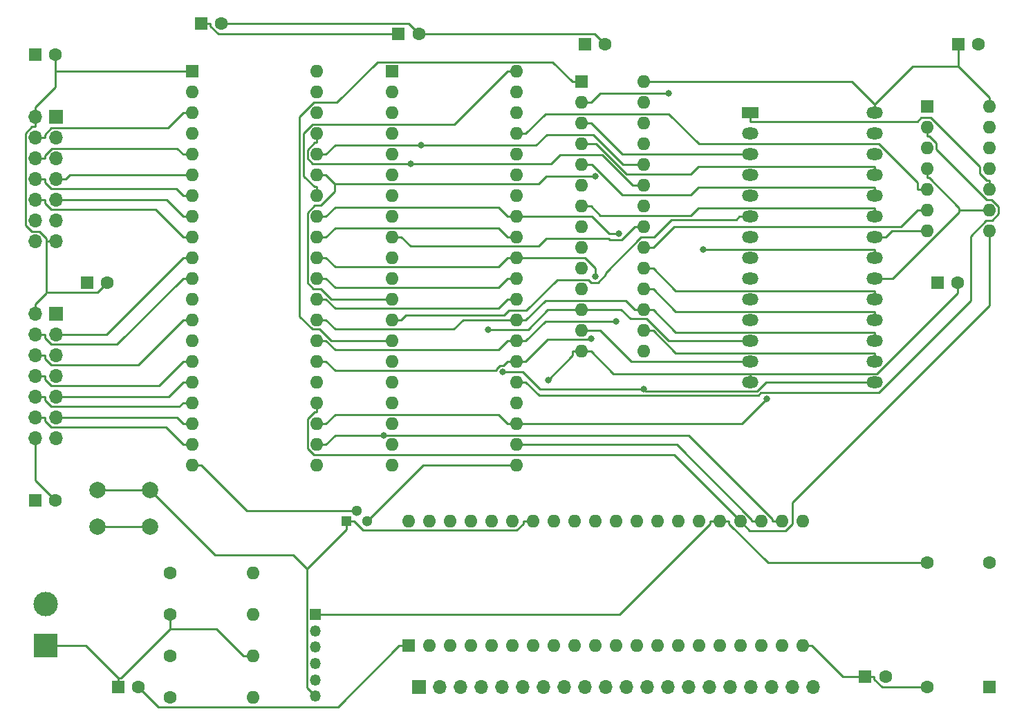
<source format=gbr>
%TF.GenerationSoftware,KiCad,Pcbnew,(5.1.10)-1*%
%TF.CreationDate,2021-06-24T21:47:08-07:00*%
%TF.ProjectId,6502helper,36353032-6865-46c7-9065-722e6b696361,rev?*%
%TF.SameCoordinates,Original*%
%TF.FileFunction,Copper,L1,Top*%
%TF.FilePolarity,Positive*%
%FSLAX46Y46*%
G04 Gerber Fmt 4.6, Leading zero omitted, Abs format (unit mm)*
G04 Created by KiCad (PCBNEW (5.1.10)-1) date 2021-06-24 21:47:08*
%MOMM*%
%LPD*%
G01*
G04 APERTURE LIST*
%TA.AperFunction,ComponentPad*%
%ADD10O,1.600000X1.600000*%
%TD*%
%TA.AperFunction,ComponentPad*%
%ADD11R,1.600000X1.600000*%
%TD*%
%TA.AperFunction,ComponentPad*%
%ADD12O,2.000000X1.440000*%
%TD*%
%TA.AperFunction,ComponentPad*%
%ADD13R,2.000000X1.440000*%
%TD*%
%TA.AperFunction,ComponentPad*%
%ADD14C,1.600000*%
%TD*%
%TA.AperFunction,ComponentPad*%
%ADD15O,1.700000X1.700000*%
%TD*%
%TA.AperFunction,ComponentPad*%
%ADD16R,1.700000X1.700000*%
%TD*%
%TA.AperFunction,ComponentPad*%
%ADD17R,1.300000X1.300000*%
%TD*%
%TA.AperFunction,ComponentPad*%
%ADD18C,1.300000*%
%TD*%
%TA.AperFunction,ComponentPad*%
%ADD19C,2.000000*%
%TD*%
%TA.AperFunction,ComponentPad*%
%ADD20O,1.350000X1.350000*%
%TD*%
%TA.AperFunction,ComponentPad*%
%ADD21R,1.350000X1.350000*%
%TD*%
%TA.AperFunction,ComponentPad*%
%ADD22C,3.000000*%
%TD*%
%TA.AperFunction,ComponentPad*%
%ADD23R,3.000000X3.000000*%
%TD*%
%TA.AperFunction,ViaPad*%
%ADD24C,0.800000*%
%TD*%
%TA.AperFunction,Conductor*%
%ADD25C,0.250000*%
%TD*%
G04 APERTURE END LIST*
D10*
%TO.P,U7,40*%
%TO.N,IO28*%
X114300000Y-91440000D03*
%TO.P,U7,20*%
%TO.N,+5V*%
X162560000Y-106680000D03*
%TO.P,U7,39*%
%TO.N,IO29*%
X116840000Y-91440000D03*
%TO.P,U7,19*%
%TO.N,IO39*%
X160020000Y-106680000D03*
%TO.P,U7,38*%
%TO.N,/A0*%
X119380000Y-91440000D03*
%TO.P,U7,18*%
%TO.N,IO38*%
X157480000Y-106680000D03*
%TO.P,U7,37*%
%TO.N,/A1*%
X121920000Y-91440000D03*
%TO.P,U7,17*%
%TO.N,IO37*%
X154940000Y-106680000D03*
%TO.P,U7,36*%
%TO.N,/A2*%
X124460000Y-91440000D03*
%TO.P,U7,16*%
%TO.N,IO36*%
X152400000Y-106680000D03*
%TO.P,U7,35*%
%TO.N,/A3*%
X127000000Y-91440000D03*
%TO.P,U7,15*%
%TO.N,IO35*%
X149860000Y-106680000D03*
%TO.P,U7,34*%
%TO.N,~RESET~*%
X129540000Y-91440000D03*
%TO.P,U7,14*%
%TO.N,IO34*%
X147320000Y-106680000D03*
%TO.P,U7,33*%
%TO.N,/D0*%
X132080000Y-91440000D03*
%TO.P,U7,13*%
%TO.N,IO33*%
X144780000Y-106680000D03*
%TO.P,U7,32*%
%TO.N,/D1*%
X134620000Y-91440000D03*
%TO.P,U7,12*%
%TO.N,IO32*%
X142240000Y-106680000D03*
%TO.P,U7,31*%
%TO.N,/D2*%
X137160000Y-91440000D03*
%TO.P,U7,11*%
%TO.N,IO31*%
X139700000Y-106680000D03*
%TO.P,U7,30*%
%TO.N,/D3*%
X139700000Y-91440000D03*
%TO.P,U7,10*%
%TO.N,IO30*%
X137160000Y-106680000D03*
%TO.P,U7,29*%
%TO.N,/D4*%
X142240000Y-91440000D03*
%TO.P,U7,9*%
%TO.N,IO27*%
X134620000Y-106680000D03*
%TO.P,U7,28*%
%TO.N,/D5*%
X144780000Y-91440000D03*
%TO.P,U7,8*%
%TO.N,IO26*%
X132080000Y-106680000D03*
%TO.P,U7,27*%
%TO.N,/D6*%
X147320000Y-91440000D03*
%TO.P,U7,7*%
%TO.N,IO25*%
X129540000Y-106680000D03*
%TO.P,U7,26*%
%TO.N,/D7*%
X149860000Y-91440000D03*
%TO.P,U7,6*%
%TO.N,IO24*%
X127000000Y-106680000D03*
%TO.P,U7,25*%
%TO.N,CLK*%
X152400000Y-91440000D03*
%TO.P,U7,5*%
%TO.N,IO23*%
X124460000Y-106680000D03*
%TO.P,U7,24*%
%TO.N,/~IOSEL~*%
X154940000Y-91440000D03*
%TO.P,U7,4*%
%TO.N,IO22*%
X121920000Y-106680000D03*
%TO.P,U7,23*%
%TO.N,/A12*%
X157480000Y-91440000D03*
%TO.P,U7,3*%
%TO.N,IO21*%
X119380000Y-106680000D03*
%TO.P,U7,22*%
%TO.N,R~W~*%
X160020000Y-91440000D03*
%TO.P,U7,2*%
%TO.N,IO20*%
X116840000Y-106680000D03*
%TO.P,U7,21*%
%TO.N,~NMI~*%
X162560000Y-91440000D03*
D11*
%TO.P,U7,1*%
%TO.N,GND*%
X114300000Y-106680000D03*
%TD*%
D12*
%TO.P,U3,15*%
%TO.N,/D3*%
X171400000Y-74420000D03*
%TO.P,U3,14*%
%TO.N,GND*%
X156160000Y-74420000D03*
%TO.P,U3,16*%
%TO.N,/D4*%
X171400000Y-71880000D03*
%TO.P,U3,13*%
%TO.N,/D2*%
X156160000Y-71880000D03*
%TO.P,U3,17*%
%TO.N,/D5*%
X171400000Y-69340000D03*
%TO.P,U3,12*%
%TO.N,/D1*%
X156160000Y-69340000D03*
%TO.P,U3,18*%
%TO.N,/D6*%
X171400000Y-66800000D03*
%TO.P,U3,11*%
%TO.N,/D0*%
X156160000Y-66800000D03*
%TO.P,U3,19*%
%TO.N,/D7*%
X171400000Y-64260000D03*
%TO.P,U3,10*%
%TO.N,/A0*%
X156160000Y-64260000D03*
%TO.P,U3,20*%
%TO.N,/~ROMSEL~*%
X171400000Y-61720000D03*
%TO.P,U3,9*%
%TO.N,/A1*%
X156160000Y-61720000D03*
%TO.P,U3,21*%
%TO.N,/A10*%
X171400000Y-59180000D03*
%TO.P,U3,8*%
%TO.N,/A2*%
X156160000Y-59180000D03*
%TO.P,U3,22*%
%TO.N,GND*%
X171400000Y-56640000D03*
%TO.P,U3,7*%
%TO.N,/A3*%
X156160000Y-56640000D03*
%TO.P,U3,23*%
%TO.N,/A11*%
X171400000Y-54100000D03*
%TO.P,U3,6*%
%TO.N,/A4*%
X156160000Y-54100000D03*
%TO.P,U3,24*%
%TO.N,/A9*%
X171400000Y-51560000D03*
%TO.P,U3,5*%
%TO.N,/A5*%
X156160000Y-51560000D03*
%TO.P,U3,25*%
%TO.N,/A8*%
X171400000Y-49020000D03*
%TO.P,U3,4*%
%TO.N,/A6*%
X156160000Y-49020000D03*
%TO.P,U3,26*%
%TO.N,/A13*%
X171400000Y-46480000D03*
%TO.P,U3,3*%
%TO.N,/A7*%
X156160000Y-46480000D03*
%TO.P,U3,27*%
%TO.N,+5V*%
X171400000Y-43940000D03*
%TO.P,U3,2*%
%TO.N,/A12*%
X156160000Y-43940000D03*
%TO.P,U3,28*%
%TO.N,+5V*%
X171400000Y-41400000D03*
D13*
%TO.P,U3,1*%
%TO.N,/A14*%
X156160000Y-41400000D03*
%TD*%
D10*
%TO.P,R4,2*%
%TO.N,~IRQ~*%
X95250000Y-97790000D03*
D14*
%TO.P,R4,1*%
%TO.N,+5V*%
X85090000Y-97790000D03*
%TD*%
D10*
%TO.P,R3,2*%
%TO.N,~NMI~*%
X95250000Y-102870000D03*
D14*
%TO.P,R3,1*%
%TO.N,+5V*%
X85090000Y-102870000D03*
%TD*%
D15*
%TO.P,J5,20*%
%TO.N,IO39*%
X163830000Y-111760000D03*
%TO.P,J5,19*%
%TO.N,IO38*%
X161290000Y-111760000D03*
%TO.P,J5,18*%
%TO.N,IO37*%
X158750000Y-111760000D03*
%TO.P,J5,17*%
%TO.N,IO36*%
X156210000Y-111760000D03*
%TO.P,J5,16*%
%TO.N,IO35*%
X153670000Y-111760000D03*
%TO.P,J5,15*%
%TO.N,IO34*%
X151130000Y-111760000D03*
%TO.P,J5,14*%
%TO.N,IO33*%
X148590000Y-111760000D03*
%TO.P,J5,13*%
%TO.N,IO32*%
X146050000Y-111760000D03*
%TO.P,J5,12*%
%TO.N,IO31*%
X143510000Y-111760000D03*
%TO.P,J5,11*%
%TO.N,IO30*%
X140970000Y-111760000D03*
%TO.P,J5,10*%
%TO.N,IO29*%
X138430000Y-111760000D03*
%TO.P,J5,9*%
%TO.N,IO28*%
X135890000Y-111760000D03*
%TO.P,J5,8*%
%TO.N,IO27*%
X133350000Y-111760000D03*
%TO.P,J5,7*%
%TO.N,IO26*%
X130810000Y-111760000D03*
%TO.P,J5,6*%
%TO.N,IO25*%
X128270000Y-111760000D03*
%TO.P,J5,5*%
%TO.N,IO24*%
X125730000Y-111760000D03*
%TO.P,J5,4*%
%TO.N,IO23*%
X123190000Y-111760000D03*
%TO.P,J5,3*%
%TO.N,IO22*%
X120650000Y-111760000D03*
%TO.P,J5,2*%
%TO.N,IO21*%
X118110000Y-111760000D03*
D16*
%TO.P,J5,1*%
%TO.N,IO20*%
X115570000Y-111760000D03*
%TD*%
D14*
%TO.P,C4,2*%
%TO.N,GND*%
X81240000Y-111760000D03*
D11*
%TO.P,C4,1*%
%TO.N,+5V*%
X78740000Y-111760000D03*
%TD*%
D14*
%TO.P,X1,7*%
%TO.N,GND*%
X185420000Y-96520000D03*
%TO.P,X1,8*%
%TO.N,CLK*%
X177800000Y-96520000D03*
%TO.P,X1,14*%
%TO.N,+5V*%
X177800000Y-111760000D03*
D11*
%TO.P,X1,1*%
%TO.N,N/C*%
X185420000Y-111760000D03*
%TD*%
D10*
%TO.P,U6,40*%
%TO.N,IO8*%
X103070000Y-36320000D03*
%TO.P,U6,20*%
%TO.N,+5V*%
X87830000Y-84580000D03*
%TO.P,U6,39*%
%TO.N,IO9*%
X103070000Y-38860000D03*
%TO.P,U6,19*%
%TO.N,IO19*%
X87830000Y-82040000D03*
%TO.P,U6,38*%
%TO.N,/A0*%
X103070000Y-41400000D03*
%TO.P,U6,18*%
%TO.N,IO18*%
X87830000Y-79500000D03*
%TO.P,U6,37*%
%TO.N,/A1*%
X103070000Y-43940000D03*
%TO.P,U6,17*%
%TO.N,IO17*%
X87830000Y-76960000D03*
%TO.P,U6,36*%
%TO.N,/A2*%
X103070000Y-46480000D03*
%TO.P,U6,16*%
%TO.N,IO16*%
X87830000Y-74420000D03*
%TO.P,U6,35*%
%TO.N,/A3*%
X103070000Y-49020000D03*
%TO.P,U6,15*%
%TO.N,IO15*%
X87830000Y-71880000D03*
%TO.P,U6,34*%
%TO.N,~RESET~*%
X103070000Y-51560000D03*
%TO.P,U6,14*%
%TO.N,IO14*%
X87830000Y-69340000D03*
%TO.P,U6,33*%
%TO.N,/D0*%
X103070000Y-54100000D03*
%TO.P,U6,13*%
%TO.N,IO13*%
X87830000Y-66800000D03*
%TO.P,U6,32*%
%TO.N,/D1*%
X103070000Y-56640000D03*
%TO.P,U6,12*%
%TO.N,IO12*%
X87830000Y-64260000D03*
%TO.P,U6,31*%
%TO.N,/D2*%
X103070000Y-59180000D03*
%TO.P,U6,11*%
%TO.N,IO11*%
X87830000Y-61720000D03*
%TO.P,U6,30*%
%TO.N,/D3*%
X103070000Y-61720000D03*
%TO.P,U6,10*%
%TO.N,IO10*%
X87830000Y-59180000D03*
%TO.P,U6,29*%
%TO.N,/D4*%
X103070000Y-64260000D03*
%TO.P,U6,9*%
%TO.N,IO7*%
X87830000Y-56640000D03*
%TO.P,U6,28*%
%TO.N,/D5*%
X103070000Y-66800000D03*
%TO.P,U6,8*%
%TO.N,IO6*%
X87830000Y-54100000D03*
%TO.P,U6,27*%
%TO.N,/D6*%
X103070000Y-69340000D03*
%TO.P,U6,7*%
%TO.N,IO5*%
X87830000Y-51560000D03*
%TO.P,U6,26*%
%TO.N,/D7*%
X103070000Y-71880000D03*
%TO.P,U6,6*%
%TO.N,IO4*%
X87830000Y-49020000D03*
%TO.P,U6,25*%
%TO.N,CLK*%
X103070000Y-74420000D03*
%TO.P,U6,5*%
%TO.N,IO3*%
X87830000Y-46480000D03*
%TO.P,U6,24*%
%TO.N,/~IOSEL~*%
X103070000Y-76960000D03*
%TO.P,U6,4*%
%TO.N,IO2*%
X87830000Y-43940000D03*
%TO.P,U6,23*%
%TO.N,/A13*%
X103070000Y-79500000D03*
%TO.P,U6,3*%
%TO.N,IO1*%
X87830000Y-41400000D03*
%TO.P,U6,22*%
%TO.N,R~W~*%
X103070000Y-82040000D03*
%TO.P,U6,2*%
%TO.N,IO0*%
X87830000Y-38860000D03*
%TO.P,U6,21*%
%TO.N,~IRQ~*%
X103070000Y-84580000D03*
D11*
%TO.P,U6,1*%
%TO.N,GND*%
X87830000Y-36320000D03*
%TD*%
D10*
%TO.P,U5,28*%
%TO.N,+5V*%
X143140000Y-37590000D03*
%TO.P,U5,14*%
%TO.N,GND*%
X135520000Y-70610000D03*
%TO.P,U5,27*%
%TO.N,R~W~*%
X143140000Y-40130000D03*
%TO.P,U5,13*%
%TO.N,/D2*%
X135520000Y-68070000D03*
%TO.P,U5,26*%
%TO.N,/A4*%
X143140000Y-42670000D03*
%TO.P,U5,12*%
%TO.N,/D1*%
X135520000Y-65530000D03*
%TO.P,U5,25*%
%TO.N,/A3*%
X143140000Y-45210000D03*
%TO.P,U5,11*%
%TO.N,/D0*%
X135520000Y-62990000D03*
%TO.P,U5,24*%
%TO.N,/A2*%
X143140000Y-47750000D03*
%TO.P,U5,10*%
%TO.N,/A14*%
X135520000Y-60450000D03*
%TO.P,U5,23*%
%TO.N,/A1*%
X143140000Y-50290000D03*
%TO.P,U5,9*%
%TO.N,/A13*%
X135520000Y-57910000D03*
%TO.P,U5,22*%
%TO.N,/A14*%
X143140000Y-52830000D03*
%TO.P,U5,8*%
%TO.N,/A12*%
X135520000Y-55370000D03*
%TO.P,U5,21*%
%TO.N,/A0*%
X143140000Y-55370000D03*
%TO.P,U5,7*%
%TO.N,/A11*%
X135520000Y-52830000D03*
%TO.P,U5,20*%
%TO.N,/~RAMSEL~*%
X143140000Y-57910000D03*
%TO.P,U5,6*%
%TO.N,/A10*%
X135520000Y-50290000D03*
%TO.P,U5,19*%
%TO.N,/D7*%
X143140000Y-60450000D03*
%TO.P,U5,5*%
%TO.N,/A9*%
X135520000Y-47750000D03*
%TO.P,U5,18*%
%TO.N,/D6*%
X143140000Y-62990000D03*
%TO.P,U5,4*%
%TO.N,/A8*%
X135520000Y-45210000D03*
%TO.P,U5,17*%
%TO.N,/D5*%
X143140000Y-65530000D03*
%TO.P,U5,3*%
%TO.N,/A7*%
X135520000Y-42670000D03*
%TO.P,U5,16*%
%TO.N,/D4*%
X143140000Y-68070000D03*
%TO.P,U5,2*%
%TO.N,/A6*%
X135520000Y-40130000D03*
%TO.P,U5,15*%
%TO.N,/D3*%
X143140000Y-70610000D03*
D11*
%TO.P,U5,1*%
%TO.N,/A5*%
X135520000Y-37590000D03*
%TD*%
D17*
%TO.P,U4,1*%
%TO.N,~RESET~*%
X106680000Y-91440000D03*
D18*
%TO.P,U4,3*%
%TO.N,GND*%
X109220000Y-91440000D03*
%TO.P,U4,2*%
%TO.N,+5V*%
X107950000Y-90170000D03*
%TD*%
D10*
%TO.P,U2,14*%
%TO.N,+5V*%
X185420000Y-40640000D03*
%TO.P,U2,7*%
%TO.N,GND*%
X177800000Y-55880000D03*
%TO.P,U2,13*%
%TO.N,N/C*%
X185420000Y-43180000D03*
%TO.P,U2,6*%
%TO.N,/~RAMSEL~*%
X177800000Y-53340000D03*
%TO.P,U2,12*%
%TO.N,N/C*%
X185420000Y-45720000D03*
%TO.P,U2,5*%
%TO.N,CLK*%
X177800000Y-50800000D03*
%TO.P,U2,11*%
%TO.N,N/C*%
X185420000Y-48260000D03*
%TO.P,U2,4*%
%TO.N,/~ROMSEL~*%
X177800000Y-48260000D03*
%TO.P,U2,10*%
%TO.N,/A14*%
X185420000Y-50800000D03*
%TO.P,U2,3*%
%TO.N,/~ROMSEL~*%
X177800000Y-45720000D03*
%TO.P,U2,9*%
X185420000Y-53340000D03*
%TO.P,U2,2*%
%TO.N,/A15*%
X177800000Y-43180000D03*
%TO.P,U2,8*%
%TO.N,/~IOSEL~*%
X185420000Y-55880000D03*
D11*
%TO.P,U2,1*%
%TO.N,/A15*%
X177800000Y-40640000D03*
%TD*%
D10*
%TO.P,U1,40*%
%TO.N,~RESET~*%
X127550000Y-36320000D03*
%TO.P,U1,20*%
%TO.N,/A11*%
X112310000Y-84580000D03*
%TO.P,U1,39*%
%TO.N,N/C*%
X127550000Y-38860000D03*
%TO.P,U1,19*%
%TO.N,/A10*%
X112310000Y-82040000D03*
%TO.P,U1,38*%
%TO.N,+5V*%
X127550000Y-41400000D03*
%TO.P,U1,18*%
%TO.N,/A9*%
X112310000Y-79500000D03*
%TO.P,U1,37*%
%TO.N,CLK*%
X127550000Y-43940000D03*
%TO.P,U1,17*%
%TO.N,/A8*%
X112310000Y-76960000D03*
%TO.P,U1,36*%
%TO.N,Net-(R2-Pad1)*%
X127550000Y-46480000D03*
%TO.P,U1,16*%
%TO.N,/A7*%
X112310000Y-74420000D03*
%TO.P,U1,35*%
%TO.N,N/C*%
X127550000Y-49020000D03*
%TO.P,U1,15*%
%TO.N,/A6*%
X112310000Y-71880000D03*
%TO.P,U1,34*%
%TO.N,R~W~*%
X127550000Y-51560000D03*
%TO.P,U1,14*%
%TO.N,/A5*%
X112310000Y-69340000D03*
%TO.P,U1,33*%
%TO.N,/D0*%
X127550000Y-54100000D03*
%TO.P,U1,13*%
%TO.N,/A4*%
X112310000Y-66800000D03*
%TO.P,U1,32*%
%TO.N,/D1*%
X127550000Y-56640000D03*
%TO.P,U1,12*%
%TO.N,/A3*%
X112310000Y-64260000D03*
%TO.P,U1,31*%
%TO.N,/D2*%
X127550000Y-59180000D03*
%TO.P,U1,11*%
%TO.N,/A2*%
X112310000Y-61720000D03*
%TO.P,U1,30*%
%TO.N,/D3*%
X127550000Y-61720000D03*
%TO.P,U1,10*%
%TO.N,/A1*%
X112310000Y-59180000D03*
%TO.P,U1,29*%
%TO.N,/D4*%
X127550000Y-64260000D03*
%TO.P,U1,9*%
%TO.N,/A0*%
X112310000Y-56640000D03*
%TO.P,U1,28*%
%TO.N,/D5*%
X127550000Y-66800000D03*
%TO.P,U1,8*%
%TO.N,+5V*%
X112310000Y-54100000D03*
%TO.P,U1,27*%
%TO.N,/D6*%
X127550000Y-69340000D03*
%TO.P,U1,7*%
%TO.N,Sync*%
X112310000Y-51560000D03*
%TO.P,U1,26*%
%TO.N,/D7*%
X127550000Y-71880000D03*
%TO.P,U1,6*%
%TO.N,~NMI~*%
X112310000Y-49020000D03*
%TO.P,U1,25*%
%TO.N,/A15*%
X127550000Y-74420000D03*
%TO.P,U1,5*%
%TO.N,N/C*%
X112310000Y-46480000D03*
%TO.P,U1,24*%
%TO.N,/A14*%
X127550000Y-76960000D03*
%TO.P,U1,4*%
%TO.N,~IRQ~*%
X112310000Y-43940000D03*
%TO.P,U1,23*%
%TO.N,/A13*%
X127550000Y-79500000D03*
%TO.P,U1,3*%
%TO.N,N/C*%
X112310000Y-41400000D03*
%TO.P,U1,22*%
%TO.N,/A12*%
X127550000Y-82040000D03*
%TO.P,U1,2*%
%TO.N,Net-(R1-Pad1)*%
X112310000Y-38860000D03*
%TO.P,U1,21*%
%TO.N,GND*%
X127550000Y-84580000D03*
D11*
%TO.P,U1,1*%
%TO.N,N/C*%
X112310000Y-36320000D03*
%TD*%
D19*
%TO.P,SW1,1*%
%TO.N,~RESET~*%
X82700000Y-87630000D03*
%TO.P,SW1,2*%
%TO.N,GND*%
X82700000Y-92130000D03*
%TO.P,SW1,1*%
%TO.N,~RESET~*%
X76200000Y-87630000D03*
%TO.P,SW1,2*%
%TO.N,GND*%
X76200000Y-92130000D03*
%TD*%
D10*
%TO.P,R2,2*%
%TO.N,+5V*%
X95250000Y-107950000D03*
D14*
%TO.P,R2,1*%
%TO.N,Net-(R2-Pad1)*%
X85090000Y-107950000D03*
%TD*%
D10*
%TO.P,R1,2*%
%TO.N,+5V*%
X95250000Y-113030000D03*
D14*
%TO.P,R1,1*%
%TO.N,Net-(R1-Pad1)*%
X85090000Y-113030000D03*
%TD*%
D20*
%TO.P,J4,6*%
%TO.N,~RESET~*%
X102870000Y-112870000D03*
%TO.P,J4,5*%
%TO.N,~NMI~*%
X102870000Y-110870000D03*
%TO.P,J4,4*%
%TO.N,~IRQ~*%
X102870000Y-108870000D03*
%TO.P,J4,3*%
%TO.N,Sync*%
X102870000Y-106870000D03*
%TO.P,J4,2*%
%TO.N,R~W~*%
X102870000Y-104870000D03*
D21*
%TO.P,J4,1*%
%TO.N,CLK*%
X102870000Y-102870000D03*
%TD*%
D22*
%TO.P,J3,2*%
%TO.N,GND*%
X69850000Y-101600000D03*
D23*
%TO.P,J3,1*%
%TO.N,+5V*%
X69850000Y-106680000D03*
%TD*%
D15*
%TO.P,J2,14*%
%TO.N,+5V*%
X68580000Y-57150000D03*
%TO.P,J2,13*%
%TO.N,GND*%
X71120000Y-57150000D03*
%TO.P,J2,12*%
%TO.N,IO9*%
X68580000Y-54610000D03*
%TO.P,J2,11*%
%TO.N,IO8*%
X71120000Y-54610000D03*
%TO.P,J2,10*%
%TO.N,IO7*%
X68580000Y-52070000D03*
%TO.P,J2,9*%
%TO.N,IO6*%
X71120000Y-52070000D03*
%TO.P,J2,8*%
%TO.N,IO5*%
X68580000Y-49530000D03*
%TO.P,J2,7*%
%TO.N,IO4*%
X71120000Y-49530000D03*
%TO.P,J2,6*%
%TO.N,IO3*%
X68580000Y-46990000D03*
%TO.P,J2,5*%
%TO.N,IO2*%
X71120000Y-46990000D03*
%TO.P,J2,4*%
%TO.N,IO1*%
X68580000Y-44450000D03*
%TO.P,J2,3*%
%TO.N,IO0*%
X71120000Y-44450000D03*
%TO.P,J2,2*%
%TO.N,GND*%
X68580000Y-41910000D03*
D16*
%TO.P,J2,1*%
%TO.N,+5V*%
X71120000Y-41910000D03*
%TD*%
D15*
%TO.P,J1,14*%
%TO.N,GND*%
X68580000Y-81280000D03*
%TO.P,J1,13*%
%TO.N,+5V*%
X71120000Y-81280000D03*
%TO.P,J1,12*%
%TO.N,IO19*%
X68580000Y-78740000D03*
%TO.P,J1,11*%
%TO.N,IO18*%
X71120000Y-78740000D03*
%TO.P,J1,10*%
%TO.N,IO17*%
X68580000Y-76200000D03*
%TO.P,J1,9*%
%TO.N,IO16*%
X71120000Y-76200000D03*
%TO.P,J1,8*%
%TO.N,IO15*%
X68580000Y-73660000D03*
%TO.P,J1,7*%
%TO.N,IO14*%
X71120000Y-73660000D03*
%TO.P,J1,6*%
%TO.N,IO13*%
X68580000Y-71120000D03*
%TO.P,J1,5*%
%TO.N,IO12*%
X71120000Y-71120000D03*
%TO.P,J1,4*%
%TO.N,IO11*%
X68580000Y-68580000D03*
%TO.P,J1,3*%
%TO.N,IO10*%
X71120000Y-68580000D03*
%TO.P,J1,2*%
%TO.N,GND*%
X68580000Y-66040000D03*
D16*
%TO.P,J1,1*%
%TO.N,+5V*%
X71120000Y-66040000D03*
%TD*%
D14*
%TO.P,C10,2*%
%TO.N,GND*%
X184110000Y-33020000D03*
D11*
%TO.P,C10,1*%
%TO.N,+5V*%
X181610000Y-33020000D03*
%TD*%
D14*
%TO.P,C9,2*%
%TO.N,GND*%
X138390000Y-33020000D03*
D11*
%TO.P,C9,1*%
%TO.N,+5V*%
X135890000Y-33020000D03*
%TD*%
D14*
%TO.P,C8,2*%
%TO.N,GND*%
X77430000Y-62230000D03*
D11*
%TO.P,C8,1*%
%TO.N,+5V*%
X74930000Y-62230000D03*
%TD*%
D14*
%TO.P,C7,2*%
%TO.N,GND*%
X71080000Y-34290000D03*
D11*
%TO.P,C7,1*%
%TO.N,+5V*%
X68580000Y-34290000D03*
%TD*%
D14*
%TO.P,C6,2*%
%TO.N,GND*%
X115570000Y-31750000D03*
D11*
%TO.P,C6,1*%
%TO.N,+5V*%
X113070000Y-31750000D03*
%TD*%
D14*
%TO.P,C5,2*%
%TO.N,GND*%
X91400000Y-30480000D03*
D11*
%TO.P,C5,1*%
%TO.N,+5V*%
X88900000Y-30480000D03*
%TD*%
D14*
%TO.P,C3,2*%
%TO.N,GND*%
X181570000Y-62230000D03*
D11*
%TO.P,C3,1*%
%TO.N,+5V*%
X179070000Y-62230000D03*
%TD*%
D14*
%TO.P,C2,2*%
%TO.N,GND*%
X172720000Y-110490000D03*
D11*
%TO.P,C2,1*%
%TO.N,+5V*%
X170220000Y-110490000D03*
%TD*%
D14*
%TO.P,C1,2*%
%TO.N,GND*%
X71080000Y-88900000D03*
D11*
%TO.P,C1,1*%
%TO.N,+5V*%
X68580000Y-88900000D03*
%TD*%
D24*
%TO.N,GND*%
X131393900Y-74111300D03*
%TO.N,R~W~*%
X111271400Y-80900600D03*
%TO.N,/A10*%
X150405400Y-58134700D03*
%TO.N,/A6*%
X146130100Y-38990100D03*
%TO.N,/D0*%
X140091100Y-56231300D03*
%TO.N,/D1*%
X124062000Y-67934000D03*
%TO.N,/A3*%
X137173600Y-49156700D03*
%TO.N,/D2*%
X137189900Y-61448300D03*
%TO.N,/A2*%
X115872200Y-45354700D03*
%TO.N,/D3*%
X125827800Y-73123300D03*
X143140000Y-75287000D03*
%TO.N,/A1*%
X114589000Y-47655100D03*
%TO.N,/D6*%
X139748700Y-66943900D03*
%TO.N,/D7*%
X136675200Y-69075900D03*
%TO.N,/A13*%
X158166600Y-76443000D03*
%TD*%
D25*
%TO.N,GND*%
X115570000Y-31750000D02*
X137120000Y-31750000D01*
X137120000Y-31750000D02*
X138390000Y-33020000D01*
X91400000Y-30480000D02*
X114300000Y-30480000D01*
X114300000Y-30480000D02*
X115570000Y-31750000D01*
X69944700Y-63389200D02*
X69944700Y-57150000D01*
X68580000Y-64864700D02*
X69944700Y-63500000D01*
X69944700Y-63500000D02*
X69944700Y-63389200D01*
X69944700Y-63389200D02*
X76270800Y-63389200D01*
X76270800Y-63389200D02*
X77430000Y-62230000D01*
X134394700Y-70610000D02*
X134394700Y-71110500D01*
X134394700Y-71110500D02*
X131393900Y-74111300D01*
X135520000Y-70610000D02*
X134394700Y-70610000D01*
X68580000Y-41910000D02*
X68580000Y-43085300D01*
X68580000Y-66040000D02*
X68580000Y-64864700D01*
X135520000Y-70610000D02*
X136645300Y-70610000D01*
X136645300Y-70610000D02*
X139410000Y-73374700D01*
X139410000Y-73374700D02*
X156160000Y-73374700D01*
X109220000Y-91440000D02*
X116080000Y-84580000D01*
X116080000Y-84580000D02*
X127550000Y-84580000D01*
X114300000Y-106680000D02*
X113174700Y-106680000D01*
X81240000Y-111760000D02*
X83640400Y-114160400D01*
X83640400Y-114160400D02*
X105694300Y-114160400D01*
X105694300Y-114160400D02*
X113174700Y-106680000D01*
X156160000Y-74420000D02*
X156160000Y-73374700D01*
X181570000Y-62230000D02*
X181570000Y-63487900D01*
X181570000Y-63487900D02*
X171683200Y-73374700D01*
X171683200Y-73374700D02*
X156160000Y-73374700D01*
X171400000Y-56640000D02*
X172725300Y-56640000D01*
X177800000Y-55880000D02*
X173485300Y-55880000D01*
X173485300Y-55880000D02*
X172725300Y-56640000D01*
X76200000Y-92130000D02*
X82700000Y-92130000D01*
X71080000Y-36320000D02*
X71080000Y-34290000D01*
X68580000Y-40734700D02*
X71080000Y-38234700D01*
X71080000Y-38234700D02*
X71080000Y-36320000D01*
X87830000Y-36320000D02*
X71080000Y-36320000D01*
X68580000Y-41910000D02*
X68580000Y-40734700D01*
X69944700Y-57150000D02*
X69944700Y-56782600D01*
X69944700Y-56782600D02*
X69136800Y-55974700D01*
X69136800Y-55974700D02*
X68205800Y-55974700D01*
X68205800Y-55974700D02*
X67404700Y-55173600D01*
X67404700Y-55173600D02*
X67404700Y-43893200D01*
X67404700Y-43893200D02*
X68212600Y-43085300D01*
X68212600Y-43085300D02*
X68580000Y-43085300D01*
X71080000Y-88900000D02*
X68580000Y-86400000D01*
X68580000Y-86400000D02*
X68580000Y-81280000D01*
X71120000Y-57150000D02*
X69944700Y-57150000D01*
%TO.N,+5V*%
X87830000Y-84580000D02*
X88955300Y-84580000D01*
X88955300Y-84580000D02*
X94545300Y-90170000D01*
X94545300Y-90170000D02*
X107950000Y-90170000D01*
X143140000Y-37590000D02*
X168635300Y-37590000D01*
X168635300Y-37590000D02*
X171400000Y-40354700D01*
X181610000Y-35704700D02*
X185420000Y-39514700D01*
X181610000Y-33020000D02*
X181610000Y-35704700D01*
X181610000Y-35704700D02*
X176050000Y-35704700D01*
X176050000Y-35704700D02*
X171400000Y-40354700D01*
X185420000Y-40640000D02*
X185420000Y-39514700D01*
X171400000Y-41400000D02*
X171400000Y-40354700D01*
X88900000Y-30480000D02*
X90025300Y-30480000D01*
X90025300Y-30480000D02*
X90025300Y-30761300D01*
X90025300Y-30761300D02*
X91014000Y-31750000D01*
X91014000Y-31750000D02*
X113070000Y-31750000D01*
X69850000Y-106680000D02*
X74785300Y-106680000D01*
X74785300Y-106680000D02*
X78740000Y-110634700D01*
X78740000Y-111760000D02*
X78740000Y-110634700D01*
X85090000Y-104614200D02*
X90788900Y-104614200D01*
X90788900Y-104614200D02*
X94124700Y-107950000D01*
X85090000Y-102870000D02*
X85090000Y-104614200D01*
X85090000Y-104614200D02*
X79069500Y-110634700D01*
X79069500Y-110634700D02*
X78740000Y-110634700D01*
X170220000Y-110490000D02*
X171345300Y-110490000D01*
X171345300Y-110490000D02*
X171345300Y-110771300D01*
X171345300Y-110771300D02*
X172334000Y-111760000D01*
X172334000Y-111760000D02*
X177800000Y-111760000D01*
X170220000Y-110490000D02*
X167495300Y-110490000D01*
X167495300Y-110490000D02*
X163685300Y-106680000D01*
X95250000Y-107950000D02*
X94124700Y-107950000D01*
X162560000Y-106680000D02*
X163685300Y-106680000D01*
%TO.N,IO19*%
X87830000Y-82040000D02*
X86704700Y-82040000D01*
X68580000Y-78740000D02*
X69755300Y-78740000D01*
X69755300Y-78740000D02*
X69755300Y-79107400D01*
X69755300Y-79107400D02*
X70563200Y-79915300D01*
X70563200Y-79915300D02*
X84580000Y-79915300D01*
X84580000Y-79915300D02*
X86704700Y-82040000D01*
%TO.N,IO18*%
X87830000Y-79500000D02*
X86704700Y-79500000D01*
X71120000Y-78740000D02*
X85944700Y-78740000D01*
X85944700Y-78740000D02*
X86704700Y-79500000D01*
%TO.N,IO17*%
X87830000Y-76960000D02*
X86704700Y-76960000D01*
X68580000Y-76200000D02*
X69755300Y-76200000D01*
X69755300Y-76200000D02*
X69755300Y-76567300D01*
X69755300Y-76567300D02*
X70594200Y-77406200D01*
X70594200Y-77406200D02*
X86258500Y-77406200D01*
X86258500Y-77406200D02*
X86704700Y-76960000D01*
%TO.N,IO16*%
X87830000Y-74420000D02*
X86704700Y-74420000D01*
X71120000Y-76200000D02*
X84924700Y-76200000D01*
X84924700Y-76200000D02*
X86704700Y-74420000D01*
%TO.N,IO15*%
X87830000Y-71880000D02*
X86704700Y-71880000D01*
X68580000Y-73660000D02*
X69755300Y-73660000D01*
X69755300Y-73660000D02*
X69755300Y-74027300D01*
X69755300Y-74027300D02*
X70587100Y-74859100D01*
X70587100Y-74859100D02*
X83725600Y-74859100D01*
X83725600Y-74859100D02*
X86704700Y-71880000D01*
%TO.N,IO13*%
X87830000Y-66800000D02*
X86704700Y-66800000D01*
X68580000Y-71120000D02*
X69755300Y-71120000D01*
X69755300Y-71120000D02*
X69755300Y-71487300D01*
X69755300Y-71487300D02*
X70579700Y-72311700D01*
X70579700Y-72311700D02*
X81193000Y-72311700D01*
X81193000Y-72311700D02*
X86704700Y-66800000D01*
%TO.N,IO11*%
X87830000Y-61720000D02*
X86704700Y-61720000D01*
X68580000Y-68580000D02*
X69755300Y-68580000D01*
X69755300Y-68580000D02*
X69755300Y-68947300D01*
X69755300Y-68947300D02*
X70592700Y-69784700D01*
X70592700Y-69784700D02*
X78640000Y-69784700D01*
X78640000Y-69784700D02*
X86704700Y-61720000D01*
%TO.N,IO10*%
X86704700Y-59180000D02*
X77304700Y-68580000D01*
X77304700Y-68580000D02*
X71120000Y-68580000D01*
X87830000Y-59180000D02*
X86704700Y-59180000D01*
%TO.N,IO7*%
X87830000Y-56640000D02*
X86704700Y-56640000D01*
X68580000Y-52070000D02*
X69755300Y-52070000D01*
X69755300Y-52070000D02*
X69755300Y-52437400D01*
X69755300Y-52437400D02*
X70563200Y-53245300D01*
X70563200Y-53245300D02*
X83310000Y-53245300D01*
X83310000Y-53245300D02*
X86704700Y-56640000D01*
%TO.N,IO6*%
X87830000Y-54100000D02*
X86704700Y-54100000D01*
X71120000Y-52070000D02*
X84674700Y-52070000D01*
X84674700Y-52070000D02*
X86704700Y-54100000D01*
%TO.N,IO5*%
X87830000Y-51560000D02*
X86704700Y-51560000D01*
X68580000Y-49530000D02*
X69755300Y-49530000D01*
X69755300Y-49530000D02*
X69755300Y-49897400D01*
X69755300Y-49897400D02*
X70570500Y-50712600D01*
X70570500Y-50712600D02*
X85857300Y-50712600D01*
X85857300Y-50712600D02*
X86704700Y-51560000D01*
%TO.N,IO4*%
X71120000Y-49530000D02*
X72295300Y-49530000D01*
X72295300Y-49530000D02*
X72805300Y-49020000D01*
X72805300Y-49020000D02*
X87830000Y-49020000D01*
%TO.N,IO3*%
X87830000Y-46480000D02*
X86704700Y-46480000D01*
X68580000Y-46990000D02*
X69755300Y-46990000D01*
X69755300Y-46990000D02*
X69755300Y-46622700D01*
X69755300Y-46622700D02*
X70606400Y-45771600D01*
X70606400Y-45771600D02*
X85996300Y-45771600D01*
X85996300Y-45771600D02*
X86704700Y-46480000D01*
%TO.N,IO1*%
X87830000Y-41400000D02*
X86704700Y-41400000D01*
X68580000Y-44450000D02*
X69755300Y-44450000D01*
X69755300Y-44450000D02*
X69755300Y-44082600D01*
X69755300Y-44082600D02*
X70563200Y-43274700D01*
X70563200Y-43274700D02*
X84830000Y-43274700D01*
X84830000Y-43274700D02*
X86704700Y-41400000D01*
%TO.N,~RESET~*%
X126424700Y-36320000D02*
X119930100Y-42814600D01*
X119930100Y-42814600D02*
X102602900Y-42814600D01*
X102602900Y-42814600D02*
X101488500Y-43929000D01*
X101488500Y-43929000D02*
X101488500Y-49134500D01*
X101488500Y-49134500D02*
X102788700Y-50434700D01*
X102788700Y-50434700D02*
X103070000Y-50434700D01*
X82700000Y-87630000D02*
X90618900Y-95548900D01*
X90618900Y-95548900D02*
X100184200Y-95548900D01*
X100184200Y-95548900D02*
X101865300Y-97230000D01*
X76200000Y-87630000D02*
X82700000Y-87630000D01*
X101865300Y-97230000D02*
X106680000Y-92415300D01*
X102870000Y-112870000D02*
X101865300Y-111865300D01*
X101865300Y-111865300D02*
X101865300Y-97230000D01*
X106680000Y-91440000D02*
X106680000Y-92415300D01*
X129540000Y-91440000D02*
X128414700Y-91440000D01*
X106680000Y-91440000D02*
X107655300Y-91440000D01*
X107655300Y-91440000D02*
X108780600Y-92565300D01*
X108780600Y-92565300D02*
X127570800Y-92565300D01*
X127570800Y-92565300D02*
X128414700Y-91721400D01*
X128414700Y-91721400D02*
X128414700Y-91440000D01*
X127550000Y-36320000D02*
X126424700Y-36320000D01*
X103070000Y-51560000D02*
X103070000Y-50434700D01*
%TO.N,R~W~*%
X111271400Y-80900600D02*
X148636600Y-80900600D01*
X148636600Y-80900600D02*
X158894700Y-91158700D01*
X158894700Y-91158700D02*
X158894700Y-91440000D01*
X104195300Y-82040000D02*
X105334700Y-80900600D01*
X105334700Y-80900600D02*
X111271400Y-80900600D01*
X160020000Y-91440000D02*
X158894700Y-91440000D01*
X103070000Y-82040000D02*
X104195300Y-82040000D01*
%TO.N,CLK*%
X152400000Y-91440000D02*
X151274700Y-91440000D01*
X102870000Y-102870000D02*
X140126000Y-102870000D01*
X140126000Y-102870000D02*
X151274700Y-91721300D01*
X151274700Y-91721300D02*
X151274700Y-91440000D01*
X152400000Y-91440000D02*
X153525300Y-91440000D01*
X153525300Y-91440000D02*
X153525300Y-91721300D01*
X153525300Y-91721300D02*
X158324000Y-96520000D01*
X158324000Y-96520000D02*
X177800000Y-96520000D01*
X128675300Y-43940000D02*
X131070600Y-41544700D01*
X131070600Y-41544700D02*
X146186200Y-41544700D01*
X146186200Y-41544700D02*
X149851500Y-45210000D01*
X149851500Y-45210000D02*
X171928700Y-45210000D01*
X171928700Y-45210000D02*
X176674700Y-49956000D01*
X176674700Y-49956000D02*
X176674700Y-50800000D01*
X177800000Y-50800000D02*
X176674700Y-50800000D01*
X127550000Y-43940000D02*
X128675300Y-43940000D01*
%TO.N,/A11*%
X171400000Y-54100000D02*
X171400000Y-53054700D01*
X135520000Y-52830000D02*
X136645300Y-52830000D01*
X136645300Y-52830000D02*
X137775300Y-53960000D01*
X137775300Y-53960000D02*
X148875100Y-53960000D01*
X148875100Y-53960000D02*
X149780400Y-53054700D01*
X149780400Y-53054700D02*
X171400000Y-53054700D01*
%TO.N,/A10*%
X150405400Y-58134700D02*
X171400000Y-58134700D01*
X171400000Y-59180000D02*
X171400000Y-58134700D01*
%TO.N,/A9*%
X171400000Y-50514700D02*
X149780400Y-50514700D01*
X149780400Y-50514700D02*
X148838900Y-51456200D01*
X148838900Y-51456200D02*
X140498900Y-51456200D01*
X140498900Y-51456200D02*
X136792700Y-47750000D01*
X136792700Y-47750000D02*
X136645300Y-47750000D01*
X171400000Y-51560000D02*
X171400000Y-50514700D01*
X135520000Y-47750000D02*
X136645300Y-47750000D01*
%TO.N,/A8*%
X171400000Y-47974700D02*
X149780400Y-47974700D01*
X149780400Y-47974700D02*
X148838900Y-48916200D01*
X148838900Y-48916200D02*
X140988500Y-48916200D01*
X140988500Y-48916200D02*
X137282300Y-45210000D01*
X137282300Y-45210000D02*
X136645300Y-45210000D01*
X171400000Y-49020000D02*
X171400000Y-47974700D01*
X135520000Y-45210000D02*
X136645300Y-45210000D01*
%TO.N,/A7*%
X135520000Y-42670000D02*
X136645300Y-42670000D01*
X136645300Y-42670000D02*
X140455300Y-46480000D01*
X140455300Y-46480000D02*
X156160000Y-46480000D01*
%TO.N,/A6*%
X135520000Y-40130000D02*
X136645300Y-40130000D01*
X136645300Y-40130000D02*
X137785200Y-38990100D01*
X137785200Y-38990100D02*
X146130100Y-38990100D01*
%TO.N,/A5*%
X134394700Y-37590000D02*
X131975800Y-35171100D01*
X131975800Y-35171100D02*
X110493400Y-35171100D01*
X110493400Y-35171100D02*
X105534500Y-40130000D01*
X105534500Y-40130000D02*
X102718000Y-40130000D01*
X102718000Y-40130000D02*
X100981900Y-41866100D01*
X100981900Y-41866100D02*
X100981900Y-66363800D01*
X100981900Y-66363800D02*
X102543500Y-67925400D01*
X102543500Y-67925400D02*
X103417600Y-67925400D01*
X103417600Y-67925400D02*
X104832200Y-69340000D01*
X104832200Y-69340000D02*
X112310000Y-69340000D01*
X135520000Y-37590000D02*
X134394700Y-37590000D01*
%TO.N,/D0*%
X140091100Y-56231300D02*
X138916600Y-56231300D01*
X138916600Y-56231300D02*
X136785300Y-54100000D01*
X136785300Y-54100000D02*
X127550000Y-54100000D01*
X127550000Y-54100000D02*
X126424700Y-54100000D01*
X103070000Y-54100000D02*
X104195300Y-54100000D01*
X104195300Y-54100000D02*
X105320600Y-52974700D01*
X105320600Y-52974700D02*
X125299400Y-52974700D01*
X125299400Y-52974700D02*
X126424700Y-54100000D01*
%TO.N,/A4*%
X112310000Y-66800000D02*
X113435300Y-66800000D01*
X156160000Y-54100000D02*
X154834700Y-54100000D01*
X154834700Y-54100000D02*
X154429000Y-54505700D01*
X154429000Y-54505700D02*
X146539600Y-54505700D01*
X146539600Y-54505700D02*
X144405300Y-56640000D01*
X144405300Y-56640000D02*
X142816600Y-56640000D01*
X142816600Y-56640000D02*
X138445800Y-61010800D01*
X138445800Y-61010800D02*
X138445800Y-61227200D01*
X138445800Y-61227200D02*
X137489700Y-62183300D01*
X137489700Y-62183300D02*
X136664400Y-62183300D01*
X136664400Y-62183300D02*
X136316900Y-61835800D01*
X136316900Y-61835800D02*
X132509500Y-61835800D01*
X132509500Y-61835800D02*
X128734900Y-65610400D01*
X128734900Y-65610400D02*
X126649900Y-65610400D01*
X126649900Y-65610400D02*
X126029900Y-66230400D01*
X126029900Y-66230400D02*
X114004900Y-66230400D01*
X114004900Y-66230400D02*
X113435300Y-66800000D01*
%TO.N,/D1*%
X124062000Y-67934000D02*
X128951300Y-67934000D01*
X128951300Y-67934000D02*
X131355300Y-65530000D01*
X131355300Y-65530000D02*
X134394700Y-65530000D01*
X135520000Y-65530000D02*
X140344200Y-65530000D01*
X140344200Y-65530000D02*
X141469600Y-66655400D01*
X141469600Y-66655400D02*
X143487600Y-66655400D01*
X143487600Y-66655400D02*
X146172200Y-69340000D01*
X146172200Y-69340000D02*
X156160000Y-69340000D01*
X135449700Y-65530000D02*
X135520000Y-65530000D01*
X135449700Y-65530000D02*
X134394700Y-65530000D01*
X103070000Y-56640000D02*
X104195300Y-56640000D01*
X127550000Y-56640000D02*
X126424700Y-56640000D01*
X126424700Y-56640000D02*
X125299400Y-55514700D01*
X125299400Y-55514700D02*
X105320600Y-55514700D01*
X105320600Y-55514700D02*
X104195300Y-56640000D01*
%TO.N,/A3*%
X105260300Y-50145300D02*
X105260300Y-50085000D01*
X105260300Y-50085000D02*
X104195300Y-49020000D01*
X112310000Y-64260000D02*
X104870200Y-64260000D01*
X104870200Y-64260000D02*
X103600200Y-62990000D01*
X103600200Y-62990000D02*
X102668900Y-62990000D01*
X102668900Y-62990000D02*
X101928700Y-62249800D01*
X101928700Y-62249800D02*
X101928700Y-53623500D01*
X101928700Y-53623500D02*
X102802600Y-52749600D01*
X102802600Y-52749600D02*
X103539200Y-52749600D01*
X103539200Y-52749600D02*
X105260300Y-51028500D01*
X105260300Y-51028500D02*
X105260300Y-50145300D01*
X137173600Y-49156700D02*
X131219000Y-49156700D01*
X131219000Y-49156700D02*
X130230400Y-50145300D01*
X130230400Y-50145300D02*
X105260300Y-50145300D01*
X103070000Y-49020000D02*
X104195300Y-49020000D01*
%TO.N,/D2*%
X137189900Y-61448300D02*
X137189900Y-60448800D01*
X137189900Y-60448800D02*
X135921100Y-59180000D01*
X135921100Y-59180000D02*
X127550000Y-59180000D01*
X154834700Y-71880000D02*
X141611300Y-71880000D01*
X141611300Y-71880000D02*
X137801300Y-68070000D01*
X137801300Y-68070000D02*
X135520000Y-68070000D01*
X103070000Y-59180000D02*
X104195300Y-59180000D01*
X127550000Y-59180000D02*
X126424700Y-59180000D01*
X126424700Y-59180000D02*
X125299400Y-60305300D01*
X125299400Y-60305300D02*
X105320600Y-60305300D01*
X105320600Y-60305300D02*
X104195300Y-59180000D01*
X156160000Y-71880000D02*
X154834700Y-71880000D01*
%TO.N,/A2*%
X143140000Y-47750000D02*
X140595300Y-47750000D01*
X140595300Y-47750000D02*
X136915100Y-44069800D01*
X136915100Y-44069800D02*
X131225900Y-44069800D01*
X131225900Y-44069800D02*
X129941000Y-45354700D01*
X129941000Y-45354700D02*
X115872200Y-45354700D01*
X115872200Y-45354700D02*
X105320600Y-45354700D01*
X105320600Y-45354700D02*
X104195300Y-46480000D01*
X103070000Y-46480000D02*
X104195300Y-46480000D01*
%TO.N,/D3*%
X143140000Y-75287000D02*
X143374300Y-75521300D01*
X143374300Y-75521300D02*
X157013900Y-75521300D01*
X157013900Y-75521300D02*
X158115200Y-74420000D01*
X158115200Y-74420000D02*
X171400000Y-74420000D01*
X143140000Y-75287000D02*
X130447600Y-75287000D01*
X130447600Y-75287000D02*
X128283900Y-73123300D01*
X128283900Y-73123300D02*
X125827800Y-73123300D01*
X126424700Y-61720000D02*
X125299400Y-62845300D01*
X125299400Y-62845300D02*
X105320600Y-62845300D01*
X105320600Y-62845300D02*
X104195300Y-61720000D01*
X103070000Y-61720000D02*
X104195300Y-61720000D01*
X127550000Y-61720000D02*
X126424700Y-61720000D01*
%TO.N,/A1*%
X103070000Y-43940000D02*
X103070000Y-45065300D01*
X114589000Y-47655100D02*
X102601400Y-47655100D01*
X102601400Y-47655100D02*
X101938800Y-46992500D01*
X101938800Y-46992500D02*
X101938800Y-45972600D01*
X101938800Y-45972600D02*
X102846100Y-45065300D01*
X102846100Y-45065300D02*
X103070000Y-45065300D01*
X143140000Y-50290000D02*
X141725400Y-50290000D01*
X141725400Y-50290000D02*
X138012700Y-46577300D01*
X138012700Y-46577300D02*
X132887000Y-46577300D01*
X132887000Y-46577300D02*
X131809200Y-47655100D01*
X131809200Y-47655100D02*
X114589000Y-47655100D01*
%TO.N,/D4*%
X171400000Y-71880000D02*
X171400000Y-70834700D01*
X143140000Y-68070000D02*
X144265300Y-68070000D01*
X144265300Y-68070000D02*
X147030000Y-70834700D01*
X147030000Y-70834700D02*
X171400000Y-70834700D01*
X126424700Y-64260000D02*
X125299400Y-65385300D01*
X125299400Y-65385300D02*
X105320600Y-65385300D01*
X105320600Y-65385300D02*
X104195300Y-64260000D01*
X126987400Y-64260000D02*
X127550000Y-64260000D01*
X126987400Y-64260000D02*
X126424700Y-64260000D01*
X103070000Y-64260000D02*
X104195300Y-64260000D01*
%TO.N,/A0*%
X112310000Y-56640000D02*
X113435300Y-56640000D01*
X143140000Y-55370000D02*
X142014700Y-55370000D01*
X142014700Y-55370000D02*
X140423400Y-56961300D01*
X140423400Y-56961300D02*
X139009700Y-56961300D01*
X139009700Y-56961300D02*
X138828900Y-56780500D01*
X138828900Y-56780500D02*
X131215200Y-56780500D01*
X131215200Y-56780500D02*
X130230400Y-57765300D01*
X130230400Y-57765300D02*
X114560600Y-57765300D01*
X114560600Y-57765300D02*
X113435300Y-56640000D01*
%TO.N,/D5*%
X127550000Y-66800000D02*
X128675300Y-66800000D01*
X143140000Y-65530000D02*
X142014700Y-65530000D01*
X142014700Y-65530000D02*
X140875300Y-64390600D01*
X140875300Y-64390600D02*
X131084700Y-64390600D01*
X131084700Y-64390600D02*
X128675300Y-66800000D01*
X143702700Y-65530000D02*
X143140000Y-65530000D01*
X143702700Y-65530000D02*
X144265300Y-65530000D01*
X171400000Y-68294700D02*
X147030000Y-68294700D01*
X147030000Y-68294700D02*
X144265300Y-65530000D01*
X171400000Y-69340000D02*
X171400000Y-68294700D01*
X126424700Y-66800000D02*
X120993200Y-66800000D01*
X120993200Y-66800000D02*
X119867900Y-67925300D01*
X119867900Y-67925300D02*
X105320600Y-67925300D01*
X105320600Y-67925300D02*
X104195300Y-66800000D01*
X126987400Y-66800000D02*
X127550000Y-66800000D01*
X126987400Y-66800000D02*
X126424700Y-66800000D01*
X103070000Y-66800000D02*
X104195300Y-66800000D01*
%TO.N,/D6*%
X128675300Y-69340000D02*
X131071400Y-66943900D01*
X131071400Y-66943900D02*
X139748700Y-66943900D01*
X143140000Y-62990000D02*
X144265300Y-62990000D01*
X127550000Y-69340000D02*
X128675300Y-69340000D01*
X144265300Y-62990000D02*
X147030000Y-65754700D01*
X147030000Y-65754700D02*
X171400000Y-65754700D01*
X171400000Y-66800000D02*
X171400000Y-65754700D01*
X127550000Y-69340000D02*
X126424700Y-69340000D01*
X103070000Y-69340000D02*
X104195300Y-69340000D01*
X126424700Y-69340000D02*
X125299400Y-70465300D01*
X125299400Y-70465300D02*
X105320600Y-70465300D01*
X105320600Y-70465300D02*
X104195300Y-69340000D01*
%TO.N,/D7*%
X126424700Y-71880000D02*
X125906700Y-72398000D01*
X125906700Y-72398000D02*
X125527400Y-72398000D01*
X125527400Y-72398000D02*
X125102500Y-72822900D01*
X125102500Y-72822900D02*
X125102500Y-73005300D01*
X125102500Y-73005300D02*
X105320600Y-73005300D01*
X105320600Y-73005300D02*
X104195300Y-71880000D01*
X128675300Y-71880000D02*
X131359900Y-69195400D01*
X131359900Y-69195400D02*
X136555700Y-69195400D01*
X136555700Y-69195400D02*
X136675200Y-69075900D01*
X171400000Y-64260000D02*
X171400000Y-63214700D01*
X127550000Y-71880000D02*
X128675300Y-71880000D01*
X127100000Y-71880000D02*
X127550000Y-71880000D01*
X127100000Y-71880000D02*
X126424700Y-71880000D01*
X103070000Y-71880000D02*
X104195300Y-71880000D01*
X143140000Y-60450000D02*
X144265300Y-60450000D01*
X171400000Y-63214700D02*
X147030000Y-63214700D01*
X147030000Y-63214700D02*
X144265300Y-60450000D01*
%TO.N,/A15*%
X128675300Y-74420000D02*
X130292700Y-76037400D01*
X130292700Y-76037400D02*
X157134700Y-76037400D01*
X157134700Y-76037400D02*
X157454500Y-75717600D01*
X157454500Y-75717600D02*
X171862700Y-75717600D01*
X171862700Y-75717600D02*
X183140800Y-64439500D01*
X183140800Y-64439500D02*
X183140800Y-56518600D01*
X183140800Y-56518600D02*
X185049400Y-54610000D01*
X185049400Y-54610000D02*
X185750200Y-54610000D01*
X185750200Y-54610000D02*
X186572700Y-53787500D01*
X186572700Y-53787500D02*
X186572700Y-52901000D01*
X186572700Y-52901000D02*
X185741700Y-52070000D01*
X185741700Y-52070000D02*
X185092500Y-52070000D01*
X185092500Y-52070000D02*
X178925300Y-45902800D01*
X178925300Y-45902800D02*
X178925300Y-45149200D01*
X178925300Y-45149200D02*
X178081400Y-44305300D01*
X178081400Y-44305300D02*
X177800000Y-44305300D01*
X127550000Y-74420000D02*
X128675300Y-74420000D01*
X177800000Y-43180000D02*
X177800000Y-44305300D01*
%TO.N,/A14*%
X156160000Y-41400000D02*
X156160000Y-42445300D01*
X185420000Y-50800000D02*
X185420000Y-49674700D01*
X185420000Y-49674700D02*
X185138600Y-49674700D01*
X185138600Y-49674700D02*
X184294700Y-48830800D01*
X184294700Y-48830800D02*
X184294700Y-48020900D01*
X184294700Y-48020900D02*
X178294200Y-42020400D01*
X178294200Y-42020400D02*
X177099600Y-42020400D01*
X177099600Y-42020400D02*
X176674700Y-42445300D01*
X176674700Y-42445300D02*
X156160000Y-42445300D01*
%TO.N,/A13*%
X127550000Y-79500000D02*
X155109600Y-79500000D01*
X155109600Y-79500000D02*
X158166600Y-76443000D01*
X126987400Y-79500000D02*
X127550000Y-79500000D01*
X126987400Y-79500000D02*
X126424700Y-79500000D01*
X103070000Y-79500000D02*
X104195300Y-79500000D01*
X126424700Y-79500000D02*
X125299400Y-78374700D01*
X125299400Y-78374700D02*
X105320600Y-78374700D01*
X105320600Y-78374700D02*
X104195300Y-79500000D01*
%TO.N,/A12*%
X127550000Y-82040000D02*
X147159000Y-82040000D01*
X147159000Y-82040000D02*
X156354700Y-91235700D01*
X156354700Y-91235700D02*
X156354700Y-91440000D01*
X157480000Y-91440000D02*
X156354700Y-91440000D01*
%TO.N,/~RAMSEL~*%
X143140000Y-57910000D02*
X144265300Y-57910000D01*
X177800000Y-53340000D02*
X176674700Y-53340000D01*
X176674700Y-53340000D02*
X174644700Y-55370000D01*
X174644700Y-55370000D02*
X146805300Y-55370000D01*
X146805300Y-55370000D02*
X144265300Y-57910000D01*
%TO.N,/~ROMSEL~*%
X171400000Y-61720000D02*
X173592600Y-61720000D01*
X173592600Y-61720000D02*
X181754700Y-53557900D01*
X181754700Y-53557900D02*
X181754700Y-53340000D01*
X177800000Y-48260000D02*
X177800000Y-49385300D01*
X177800000Y-49385300D02*
X178081300Y-49385300D01*
X178081300Y-49385300D02*
X181754700Y-53058700D01*
X181754700Y-53058700D02*
X181754700Y-53340000D01*
X184294700Y-53340000D02*
X181754700Y-53340000D01*
X185420000Y-53340000D02*
X184294700Y-53340000D01*
%TO.N,/~IOSEL~*%
X154940000Y-91440000D02*
X156079400Y-92579400D01*
X156079400Y-92579400D02*
X160472800Y-92579400D01*
X160472800Y-92579400D02*
X161290000Y-91762200D01*
X161290000Y-91762200D02*
X161290000Y-89163600D01*
X161290000Y-89163600D02*
X185420000Y-65033600D01*
X185420000Y-65033600D02*
X185420000Y-55880000D01*
X103070000Y-76960000D02*
X103070000Y-78085300D01*
X154940000Y-91440000D02*
X146810000Y-83310000D01*
X146810000Y-83310000D02*
X102731300Y-83310000D01*
X102731300Y-83310000D02*
X101944700Y-82523400D01*
X101944700Y-82523400D02*
X101944700Y-78929200D01*
X101944700Y-78929200D02*
X102788600Y-78085300D01*
X102788600Y-78085300D02*
X103070000Y-78085300D01*
%TD*%
M02*

</source>
